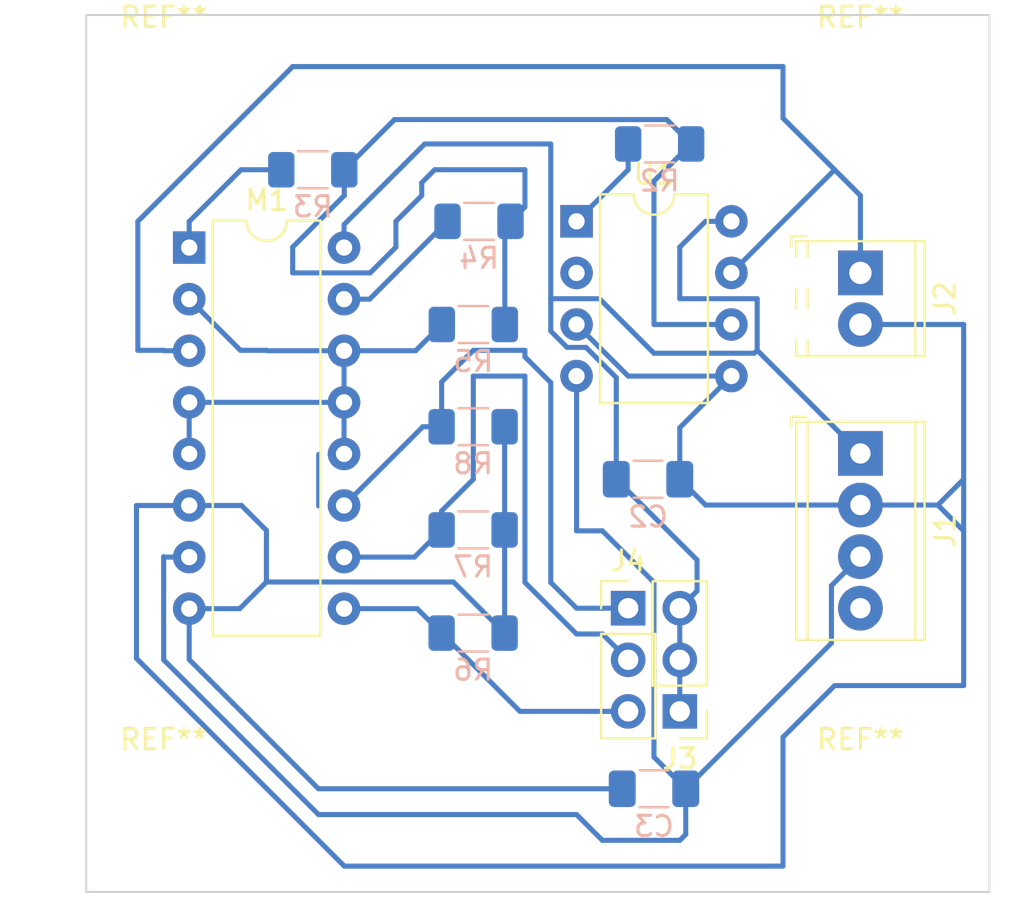
<source format=kicad_pcb>
(kicad_pcb (version 20241229) (generator "pcbnew") (generator_version "9.0")
  (layers (0 "F.Cu" signal) (2 "B.Cu" signal) (13 "F.Paste" user) (15 "B.Paste" user) (5 "F.SilkS" user "F.Silkscreen") (7 "B.SilkS" user "B.Silkscreen") (1 "F.Mask" user) (3 "B.Mask" user) (25 "Edge.Cuts" user))
  (net 0 "")
  (net 1 "Net-(C2-Pad1)")
  (net 2 "GND")
  (net 3 "Net-(C3-Pad2)")
  (net 5 "Net-(U1-Pad7)")
  (net 6 "Net-(R2-Pad1)")
  (net 7 "Net-(U1-Pad6)")
  (net 8 "Net-(R3-Pad1)")
  (net 9 "Net-(R4-Pad1)")
  (net 10 "Net-(R5-Pad1)")
  (net 11 "Net-(M1-Pad9)")
  (net 12 "Net-(M1-Pad10)")
  (net 13 "Net-(M1-Pad11)")
  (footprint "MountingHole:MountingHole_2.7mm" (layer "F.Cu") (at 177.8 74.93)
    (property "Reference" "REF**" (at 0 -3.7 0) (layer "F.SilkS"))
    (property "Value" "MountingHole_2.7mm")
    (pad "" np_thru_hole circle (at 0 0) (size 2.7 2.7) (drill 2.7) (layers "*.Cu" "*.Mask"))
  )
  (footprint "MountingHole:MountingHole_2.7mm" (layer "F.Cu") (at 177.8 110.49)
    (property "Reference" "REF**" (at 0 -3.7 0) (layer "F.SilkS"))
    (property "Value" "MountingHole_2.7mm")
    (pad "" np_thru_hole circle (at 0 0) (size 2.7 2.7) (drill 2.7) (layers "*.Cu" "*.Mask"))
  )
  (footprint "MountingHole:MountingHole_2.7mm" (layer "F.Cu") (at 143.51 110.49)
    (property "Reference" "REF**" (at 0 -3.7 0) (layer "F.SilkS"))
    (property "Value" "MountingHole_2.7mm")
    (pad "" np_thru_hole circle (at 0 0) (size 2.7 2.7) (drill 2.7) (layers "*.Cu" "*.Mask"))
  )
  (footprint "TerminalBlock_Phoenix:TerminalBlock_Phoenix_MPT-0,5-2-2.54_1x02_P2.54mm_Horizontal" (layer "F.Cu") (at 177.8 83.82 -90)
    (property "Reference" "J2" (at 1.27 -4.16 90) (layer "F.SilkS"))
    (property "Value" "Screw_Terminal_01x02")
    (fp_line (start -1.8 3.4) (end -1.3 3.4) (stroke (width 0.12)) (layer "F.SilkS"))
    (fp_line (start -1.56 3.16) (end -0.79 3.16) (stroke (width 0.12)) (layer "F.SilkS"))
    (fp_line (start 0.79 3.16) (end 1.75 3.16) (stroke (width 0.12)) (layer "F.SilkS"))
    (fp_line (start 3.33 3.16) (end 4.1 3.16) (stroke (width 0.12)) (layer "F.SilkS"))
    (fp_line (start -1.8 2.66) (end -1.8 3.4) (stroke (width 0.12)) (layer "F.SilkS"))
    (fp_line (start -1.56 2.6) (end -0.79 2.6) (stroke (width 0.12)) (layer "F.SilkS"))
    (fp_line (start 0.79 2.6) (end 1.75 2.6) (stroke (width 0.12)) (layer "F.SilkS"))
    (fp_line (start 3.33 2.6) (end 4.1 2.6) (stroke (width 0.12)) (layer "F.SilkS"))
    (fp_line (start -1.56 -2.7) (end 4.1 -2.7) (stroke (width 0.12)) (layer "F.SilkS"))
    (fp_line (start -1.56 -3.16) (end -1.56 3.16) (stroke (width 0.12)) (layer "F.SilkS"))
    (fp_line (start -1.56 -3.16) (end 4.1 -3.16) (stroke (width 0.12)) (layer "F.SilkS"))
    (fp_line (start 4.1 -3.16) (end 4.1 3.16) (stroke (width 0.12)) (layer "F.SilkS"))
    (pad "" np_thru_hole circle (at 0 2.54 270) (size 1.1 1.1) (drill 1.1) (layers "*.Cu" "*.Mask"))
    (pad "" np_thru_hole circle (at 2.54 2.54 270) (size 1.1 1.1) (drill 1.1) (layers "*.Cu" "*.Mask"))
    (pad "1" thru_hole rect (at 0 0 270) (size 2.2 2.2) (drill 1.1) (layers "*.Cu" "*.Mask") (net 5 "Net-(U1-Pad7)"))
    (pad "2" thru_hole circle (at 2.54 0 270) (size 2.2 2.2) (drill 1.1) (layers "*.Cu" "*.Mask") (net 2 "GND"))
  )
  (footprint "MountingHole:MountingHole_2.7mm" (layer "F.Cu") (at 143.51 74.93)
    (property "Reference" "REF**" (at 0 -3.7 0) (layer "F.SilkS"))
    (property "Value" "MountingHole_2.7mm")
    (pad "" np_thru_hole circle (at 0 0) (size 2.7 2.7) (drill 2.7) (layers "*.Cu" "*.Mask"))
  )
  (footprint "Connector_PinHeader_2.54mm:PinHeader_1x03_P2.54mm_Vertical" (layer "F.Cu") (at 168.91 105.41 180)
    (property "Reference" "J3" (at 0 -2.33 0) (layer "F.SilkS"))
    (property "Value" "Conn_01x03_Male")
    (fp_line (start 1.33 1.27) (end 1.33 6.41) (stroke (width 0.12)) (layer "F.SilkS"))
    (fp_line (start -1.33 6.41) (end 1.33 6.41) (stroke (width 0.12)) (layer "F.SilkS"))
    (fp_line (start -1.33 1.27) (end 1.33 1.27) (stroke (width 0.12)) (layer "F.SilkS"))
    (fp_line (start -1.33 1.27) (end -1.33 6.41) (stroke (width 0.12)) (layer "F.SilkS"))
    (fp_line (start -1.33 0) (end -1.33 -1.33) (stroke (width 0.12)) (layer "F.SilkS"))
    (fp_line (start -1.33 -1.33) (end 0 -1.33) (stroke (width 0.12)) (layer "F.SilkS"))
    (pad "1" thru_hole rect (at 0 0 180) (size 1.7 1.7) (drill 1) (layers "*.Cu" "*.Mask") (net 1 "Net-(C2-Pad1)"))
    (pad "2" thru_hole oval (at 0 2.54 180) (size 1.7 1.7) (drill 1) (layers "*.Cu" "*.Mask") (net 1 "Net-(C2-Pad1)"))
    (pad "3" thru_hole oval (at 0 5.08 180) (size 1.7 1.7) (drill 1) (layers "*.Cu" "*.Mask") (net 1 "Net-(C2-Pad1)"))
  )
  (footprint "Package_DIP:DIP-16_W7.62mm" (layer "F.Cu") (at 144.7675 82.5725)
    (property "Reference" "M1" (at 3.81 -2.33 0) (layer "F.SilkS"))
    (property "Value" "CD4051B")
    (fp_line (start 1.16 -1.33) (end 1.16 19.11) (stroke (width 0.12)) (layer "F.SilkS"))
    (fp_line (start 1.16 19.11) (end 6.46 19.11) (stroke (width 0.12)) (layer "F.SilkS"))
    (fp_line (start 2.81 -1.33) (end 1.16 -1.33) (stroke (width 0.12)) (layer "F.SilkS"))
    (fp_line (start 6.46 -1.33) (end 4.81 -1.33) (stroke (width 0.12)) (layer "F.SilkS"))
    (fp_line (start 6.46 19.11) (end 6.46 -1.33) (stroke (width 0.12)) (layer "F.SilkS"))
    (fp_arc (start 4.81 -1.33) (mid 3.81 -0.33) (end 2.81 -1.33) (stroke (width 0.12)) (layer "F.SilkS"))
    (pad "1" thru_hole rect (at 0 0) (size 1.6 1.6) (drill 0.8) (layers "*.Cu" "*.Mask") (net 8 "Net-(R3-Pad1)"))
    (pad "2" thru_hole oval (at 0 2.54) (size 1.6 1.6) (drill 0.8) (layers "*.Cu" "*.Mask") (net 10 "Net-(R5-Pad1)"))
    (pad "3" thru_hole oval (at 0 5.08) (size 1.6 1.6) (drill 0.8) (layers "*.Cu" "*.Mask") (net 5 "Net-(U1-Pad7)"))
    (pad "4" thru_hole oval (at 0 7.62) (size 1.6 1.6) (drill 0.8) (layers "*.Cu" "*.Mask") (net 10 "Net-(R5-Pad1)"))
    (pad "5" thru_hole oval (at 0 10.16) (size 1.6 1.6) (drill 0.8) (layers "*.Cu" "*.Mask") (net 10 "Net-(R5-Pad1)"))
    (pad "6" thru_hole oval (at 0 12.7) (size 1.6 1.6) (drill 0.8) (layers "*.Cu" "*.Mask") (net 2 "GND"))
    (pad "7" thru_hole oval (at 0 15.24) (size 1.6 1.6) (drill 0.8) (layers "*.Cu" "*.Mask") (net 3 "Net-(C3-Pad2)"))
    (pad "8" thru_hole oval (at 0 17.78) (size 1.6 1.6) (drill 0.8) (layers "*.Cu" "*.Mask") (net 2 "GND"))
    (pad "9" thru_hole oval (at 7.62 17.78) (size 1.6 1.6) (drill 0.8) (layers "*.Cu" "*.Mask") (net 11 "Net-(M1-Pad9)"))
    (pad "10" thru_hole oval (at 7.62 15.24) (size 1.6 1.6) (drill 0.8) (layers "*.Cu" "*.Mask") (net 12 "Net-(M1-Pad10)"))
    (pad "11" thru_hole oval (at 7.62 12.7) (size 1.6 1.6) (drill 0.8) (layers "*.Cu" "*.Mask") (net 13 "Net-(M1-Pad11)"))
    (pad "12" thru_hole oval (at 7.62 10.16) (size 1.6 1.6) (drill 0.8) (layers "*.Cu" "*.Mask") (net 10 "Net-(R5-Pad1)"))
    (pad "13" thru_hole oval (at 7.62 7.62) (size 1.6 1.6) (drill 0.8) (layers "*.Cu" "*.Mask") (net 10 "Net-(R5-Pad1)"))
    (pad "14" thru_hole oval (at 7.62 5.08) (size 1.6 1.6) (drill 0.8) (layers "*.Cu" "*.Mask") (net 10 "Net-(R5-Pad1)"))
    (pad "15" thru_hole oval (at 7.62 2.54) (size 1.6 1.6) (drill 0.8) (layers "*.Cu" "*.Mask") (net 9 "Net-(R4-Pad1)"))
    (pad "16" thru_hole oval (at 7.62 0) (size 1.6 1.6) (drill 0.8) (layers "*.Cu" "*.Mask") (net 1 "Net-(C2-Pad1)"))
  )
  (footprint "Package_DIP:DIP-8_W7.62mm" (layer "F.Cu") (at 163.83 81.28)
    (property "Reference" "U1" (at 3.81 -2.33 0) (layer "F.SilkS"))
    (property "Value" "LMC6082")
    (fp_line (start 1.16 -1.33) (end 1.16 8.95) (stroke (width 0.12)) (layer "F.SilkS"))
    (fp_line (start 1.16 8.95) (end 6.46 8.95) (stroke (width 0.12)) (layer "F.SilkS"))
    (fp_line (start 2.81 -1.33) (end 1.16 -1.33) (stroke (width 0.12)) (layer "F.SilkS"))
    (fp_line (start 6.46 -1.33) (end 4.81 -1.33) (stroke (width 0.12)) (layer "F.SilkS"))
    (fp_line (start 6.46 8.95) (end 6.46 -1.33) (stroke (width 0.12)) (layer "F.SilkS"))
    (fp_arc (start 4.81 -1.33) (mid 3.81 -0.33) (end 2.81 -1.33) (stroke (width 0.12)) (layer "F.SilkS"))
    (pad "1" thru_hole rect (at 0 0) (size 1.6 1.6) (drill 0.8) (layers "*.Cu" "*.Mask") (net 6 "Net-(R2-Pad1)"))
    (pad "2" thru_hole oval (at 0 2.54) (size 1.6 1.6) (drill 0.8) (layers "*.Cu" "*.Mask"))
    (pad "3" thru_hole oval (at 0 5.08) (size 1.6 1.6) (drill 0.8) (layers "*.Cu" "*.Mask") (net 2 "GND"))
    (pad "4" thru_hole oval (at 0 7.62) (size 1.6 1.6) (drill 0.8) (layers "*.Cu" "*.Mask") (net 3 "Net-(C3-Pad2)"))
    (pad "5" thru_hole oval (at 7.62 7.62) (size 1.6 1.6) (drill 0.8) (layers "*.Cu" "*.Mask") (net 2 "GND"))
    (pad "6" thru_hole oval (at 7.62 5.08) (size 1.6 1.6) (drill 0.8) (layers "*.Cu" "*.Mask") (net 7 "Net-(U1-Pad6)"))
    (pad "7" thru_hole oval (at 7.62 2.54) (size 1.6 1.6) (drill 0.8) (layers "*.Cu" "*.Mask") (net 5 "Net-(U1-Pad7)"))
    (pad "8" thru_hole oval (at 7.62 0) (size 1.6 1.6) (drill 0.8) (layers "*.Cu" "*.Mask") (net 1 "Net-(C2-Pad1)"))
  )
  (footprint "Connector_PinHeader_2.54mm:PinHeader_1x03_P2.54mm_Vertical" (layer "F.Cu") (at 166.37 100.33)
    (property "Reference" "J4" (at 0 -2.33 0) (layer "F.SilkS"))
    (property "Value" "Conn_01x03_Male")
    (fp_line (start -1.33 -1.33) (end 0 -1.33) (stroke (width 0.12)) (layer "F.SilkS"))
    (fp_line (start -1.33 0) (end -1.33 -1.33) (stroke (width 0.12)) (layer "F.SilkS"))
    (fp_line (start -1.33 1.27) (end -1.33 6.41) (stroke (width 0.12)) (layer "F.SilkS"))
    (fp_line (start -1.33 1.27) (end 1.33 1.27) (stroke (width 0.12)) (layer "F.SilkS"))
    (fp_line (start -1.33 6.41) (end 1.33 6.41) (stroke (width 0.12)) (layer "F.SilkS"))
    (fp_line (start 1.33 1.27) (end 1.33 6.41) (stroke (width 0.12)) (layer "F.SilkS"))
    (pad "1" thru_hole rect (at 0 0) (size 1.7 1.7) (drill 1) (layers "*.Cu" "*.Mask") (net 13 "Net-(M1-Pad11)"))
    (pad "2" thru_hole oval (at 0 2.54) (size 1.7 1.7) (drill 1) (layers "*.Cu" "*.Mask") (net 12 "Net-(M1-Pad10)"))
    (pad "3" thru_hole oval (at 0 5.08) (size 1.7 1.7) (drill 1) (layers "*.Cu" "*.Mask") (net 11 "Net-(M1-Pad9)"))
  )
  (footprint "TerminalBlock_Phoenix:TerminalBlock_Phoenix_MPT-0,5-4-2.54_1x04_P2.54mm_Horizontal" (layer "F.Cu") (at 177.8 92.71 -90)
    (property "Reference" "J1" (at 3.81 -4.16 90) (layer "F.SilkS"))
    (property "Value" "Screw_Terminal_01x04")
    (fp_line (start -1.8 3.4) (end -1.3 3.4) (stroke (width 0.12)) (layer "F.SilkS"))
    (fp_line (start -1.56 3.16) (end 9.18 3.16) (stroke (width 0.12)) (layer "F.SilkS"))
    (fp_line (start -1.8 2.66) (end -1.8 3.4) (stroke (width 0.12)) (layer "F.SilkS"))
    (fp_line (start -1.56 2.6) (end 9.18 2.6) (stroke (width 0.12)) (layer "F.SilkS"))
    (fp_line (start -1.56 -2.7) (end 9.18 -2.7) (stroke (width 0.12)) (layer "F.SilkS"))
    (fp_line (start -1.56 -3.16) (end -1.56 3.16) (stroke (width 0.12)) (layer "F.SilkS"))
    (fp_line (start -1.56 -3.16) (end 9.18 -3.16) (stroke (width 0.12)) (layer "F.SilkS"))
    (fp_line (start 9.18 -3.16) (end 9.18 3.16) (stroke (width 0.12)) (layer "F.SilkS"))
    (pad "1" thru_hole rect (at 0 0 270) (size 2.2 2.2) (drill 1) (layers "*.Cu" "*.Mask") (net 1 "Net-(C2-Pad1)"))
    (pad "2" thru_hole circle (at 2.54 0 270) (size 2.2 2.2) (drill 1) (layers "*.Cu" "*.Mask") (net 2 "GND"))
    (pad "3" thru_hole circle (at 5.08 0 270) (size 2.2 2.2) (drill 1) (layers "*.Cu" "*.Mask") (net 3 "Net-(C3-Pad2)"))
    (pad "4" thru_hole circle (at 7.62 0 270) (size 2.2 2.2) (drill 1) (layers "*.Cu" "*.Mask"))
  )
  (footprint "Resistor_SMD:R_1206_3216Metric_Pad1.30x1.75mm_HandSolder" (layer "B.Cu") (at 150.85 78.74)
    (property "Reference" "R3" (at 0 1.82 0) (layer "B.SilkS") (effects (justify mirror)))
    (property "Value" "100e+03")
    (fp_line (start -0.727064 -0.91) (end 0.727064 -0.91) (stroke (width 0.12)) (layer "B.SilkS"))
    (fp_line (start -0.727064 0.91) (end 0.727064 0.91) (stroke (width 0.12)) (layer "B.SilkS"))
    (pad "1" smd roundrect (at -1.55 0) (size 1.3 1.75) (layers "B.Cu" "B.Mask" "B.Paste") (roundrect_rratio 0.1923076923) (net 8 "Net-(R3-Pad1)"))
    (pad "2" smd roundrect (at 1.55 0) (size 1.3 1.75) (layers "B.Cu" "B.Mask" "B.Paste") (roundrect_rratio 0.1923076923) (net 7 "Net-(U1-Pad6)"))
  )
  (footprint "Resistor_SMD:R_1206_3216Metric_Pad1.30x1.75mm_HandSolder" (layer "B.Cu") (at 158.740002 96.475)
    (property "Reference" "R7" (at 0 1.82 0) (layer "B.SilkS") (effects (justify mirror)))
    (property "Value" "10e+03")
    (fp_line (start -0.727064 -0.91) (end 0.727064 -0.91) (stroke (width 0.12)) (layer "B.SilkS"))
    (fp_line (start -0.727064 0.91) (end 0.727064 0.91) (stroke (width 0.12)) (layer "B.SilkS"))
    (pad "1" smd roundrect (at -1.55 0) (size 1.3 1.75) (layers "B.Cu" "B.Mask" "B.Paste") (roundrect_rratio 0.1923076923) (net 12 "Net-(M1-Pad10)"))
    (pad "2" smd roundrect (at 1.55 0) (size 1.3 1.75) (layers "B.Cu" "B.Mask" "B.Paste") (roundrect_rratio 0.1923076923) (net 2 "GND"))
  )
  (footprint "Resistor_SMD:R_1206_3216Metric_Pad1.30x1.75mm_HandSolder" (layer "B.Cu") (at 167.92 77.47)
    (property "Reference" "R2" (at 0 1.82 0) (layer "B.SilkS") (effects (justify mirror)))
    (property "Value" "1e+03")
    (fp_line (start -0.727064 -0.91) (end 0.727064 -0.91) (stroke (width 0.12)) (layer "B.SilkS"))
    (fp_line (start -0.727064 0.91) (end 0.727064 0.91) (stroke (width 0.12)) (layer "B.SilkS"))
    (pad "1" smd roundrect (at -1.55 0) (size 1.3 1.75) (layers "B.Cu" "B.Mask" "B.Paste") (roundrect_rratio 0.1923076923) (net 6 "Net-(R2-Pad1)"))
    (pad "2" smd roundrect (at 1.55 0) (size 1.3 1.75) (layers "B.Cu" "B.Mask" "B.Paste") (roundrect_rratio 0.1923076923) (net 7 "Net-(U1-Pad6)"))
  )
  (footprint "Capacitor_SMD:C_1206_3216Metric_Pad1.33x1.80mm_HandSolder" (layer "B.Cu") (at 167.64 109.22)
    (property "Reference" "C3" (at 0 1.85 0) (layer "B.SilkS") (effects (justify mirror)))
    (property "Value" "1e-03")
    (fp_line (start -0.711252 -0.91) (end 0.711252 -0.91) (stroke (width 0.12)) (layer "B.SilkS"))
    (fp_line (start -0.711252 0.91) (end 0.711252 0.91) (stroke (width 0.12)) (layer "B.SilkS"))
    (pad "1" smd roundrect (at -1.5625 0) (size 1.325 1.8) (layers "B.Cu" "B.Mask" "B.Paste") (roundrect_rratio 0.1886792453) (net 2 "GND"))
    (pad "2" smd roundrect (at 1.5625 0) (size 1.325 1.8) (layers "B.Cu" "B.Mask" "B.Paste") (roundrect_rratio 0.1886792453) (net 3 "Net-(C3-Pad2)"))
  )
  (footprint "Resistor_SMD:R_1206_3216Metric_Pad1.30x1.75mm_HandSolder" (layer "B.Cu") (at 158.75 86.36)
    (property "Reference" "R5" (at 0 1.82 0) (layer "B.SilkS") (effects (justify mirror)))
    (property "Value" "1e+03")
    (fp_line (start -0.727064 -0.91) (end 0.727064 -0.91) (stroke (width 0.12)) (layer "B.SilkS"))
    (fp_line (start -0.727064 0.91) (end 0.727064 0.91) (stroke (width 0.12)) (layer "B.SilkS"))
    (pad "1" smd roundrect (at -1.55 0) (size 1.3 1.75) (layers "B.Cu" "B.Mask" "B.Paste") (roundrect_rratio 0.1923076923) (net 10 "Net-(R5-Pad1)"))
    (pad "2" smd roundrect (at 1.55 0) (size 1.3 1.75) (layers "B.Cu" "B.Mask" "B.Paste") (roundrect_rratio 0.1923076923) (net 7 "Net-(U1-Pad6)"))
  )
  (footprint "Resistor_SMD:R_1206_3216Metric_Pad1.30x1.75mm_HandSolder" (layer "B.Cu") (at 158.740002 101.555)
    (property "Reference" "R6" (at 0 1.82 0) (layer "B.SilkS") (effects (justify mirror)))
    (property "Value" "10e+03")
    (fp_line (start -0.727064 -0.91) (end 0.727064 -0.91) (stroke (width 0.12)) (layer "B.SilkS"))
    (fp_line (start -0.727064 0.91) (end 0.727064 0.91) (stroke (width 0.12)) (layer "B.SilkS"))
    (pad "1" smd roundrect (at -1.55 0) (size 1.3 1.75) (layers "B.Cu" "B.Mask" "B.Paste") (roundrect_rratio 0.1923076923) (net 11 "Net-(M1-Pad9)"))
    (pad "2" smd roundrect (at 1.55 0) (size 1.3 1.75) (layers "B.Cu" "B.Mask" "B.Paste") (roundrect_rratio 0.1923076923) (net 2 "GND"))
  )
  (footprint "Resistor_SMD:R_1206_3216Metric_Pad1.30x1.75mm_HandSolder" (layer "B.Cu") (at 158.740002 91.395)
    (property "Reference" "R8" (at 0 1.82 0) (layer "B.SilkS") (effects (justify mirror)))
    (property "Value" "10e+03")
    (fp_line (start -0.727064 -0.91) (end 0.727064 -0.91) (stroke (width 0.12)) (layer "B.SilkS"))
    (fp_line (start -0.727064 0.91) (end 0.727064 0.91) (stroke (width 0.12)) (layer "B.SilkS"))
    (pad "1" smd roundrect (at -1.55 0) (size 1.3 1.75) (layers "B.Cu" "B.Mask" "B.Paste") (roundrect_rratio 0.1923076923) (net 13 "Net-(M1-Pad11)"))
    (pad "2" smd roundrect (at 1.55 0) (size 1.3 1.75) (layers "B.Cu" "B.Mask" "B.Paste") (roundrect_rratio 0.1923076923) (net 2 "GND"))
  )
  (footprint "Resistor_SMD:R_1206_3216Metric_Pad1.30x1.75mm_HandSolder" (layer "B.Cu") (at 159.03 81.28)
    (property "Reference" "R4" (at 0 1.82 0) (layer "B.SilkS") (effects (justify mirror)))
    (property "Value" "10e+03")
    (fp_line (start -0.727064 -0.91) (end 0.727064 -0.91) (stroke (width 0.12)) (layer "B.SilkS"))
    (fp_line (start -0.727064 0.91) (end 0.727064 0.91) (stroke (width 0.12)) (layer "B.SilkS"))
    (pad "1" smd roundrect (at -1.55 0) (size 1.3 1.75) (layers "B.Cu" "B.Mask" "B.Paste") (roundrect_rratio 0.1923076923) (net 9 "Net-(R4-Pad1)"))
    (pad "2" smd roundrect (at 1.55 0) (size 1.3 1.75) (layers "B.Cu" "B.Mask" "B.Paste") (roundrect_rratio 0.1923076923) (net 7 "Net-(U1-Pad6)"))
  )
  (footprint "Capacitor_SMD:C_1206_3216Metric_Pad1.33x1.80mm_HandSolder" (layer "B.Cu") (at 167.3475 93.98)
    (property "Reference" "C2" (at 0 1.85 0) (layer "B.SilkS") (effects (justify mirror)))
    (property "Value" "1e-03")
    (fp_line (start -0.711252 -0.91) (end 0.711252 -0.91) (stroke (width 0.12)) (layer "B.SilkS"))
    (fp_line (start -0.711252 0.91) (end 0.711252 0.91) (stroke (width 0.12)) (layer "B.SilkS"))
    (pad "1" smd roundrect (at -1.5625 0) (size 1.325 1.8) (layers "B.Cu" "B.Mask" "B.Paste") (roundrect_rratio 0.1886792453) (net 1 "Net-(C2-Pad1)"))
    (pad "2" smd roundrect (at 1.5625 0) (size 1.325 1.8) (layers "B.Cu" "B.Mask" "B.Paste") (roundrect_rratio 0.1886792453) (net 2 "GND"))
  )
  (gr_rect (start 139.7 71.12) (end 184.15 114.3) (stroke (width 0.1)) (fill no) (layer "Edge.Cuts"))
  (segment (start 165.785 93.98) (end 165.785 89.629) (width 0.25) (layer "B.Cu") (net 1))
  (segment (start 156.35863 77.47) (end 152.3875 81.44113) (width 0.25) (layer "B.Cu") (net 1))
  (segment (start 168.91 85.09) (end 172.72 85.09) (width 0.25) (layer "B.Cu") (net 1))
  (segment (start 162.56 77.47) (end 156.35863 77.47) (width 0.25) (layer "B.Cu") (net 1))
  (segment (start 168.91 105.41) (end 168.91 102.87) (width 0.25) (layer "B.Cu") (net 1))
  (segment (start 165.785 88.974595) (end 164.296405 87.486) (width 0.25) (layer "B.Cu") (net 1))
  (segment (start 170.18 81.28) (end 168.91 82.55) (width 0.25) (layer "B.Cu") (net 1))
  (segment (start 172.72 87.63) (end 172.576 87.774) (width 0.25) (layer "B.Cu") (net 1))
  (segment (start 152.3875 81.44113) (end 152.3875 82.5725) (width 0.25) (layer "B.Cu") (net 1))
  (segment (start 169.545 99.695) (end 168.91 100.33) (width 0.25) (layer "B.Cu") (net 1))
  (segment (start 169.76 99.48) (end 169.76 97.955) (width 0.25) (layer "B.Cu") (net 1))
  (segment (start 164.956 85.09) (end 162.56 85.09) (width 0.25) (layer "B.Cu") (net 1))
  (segment (start 162.56 86.682405) (end 162.56 85.09) (width 0.25) (layer "B.Cu") (net 1))
  (segment (start 167.64 87.774) (end 164.956 85.09) (width 0.25) (layer "B.Cu") (net 1))
  (segment (start 172.72 87.63) (end 177.8 92.71) (width 0.25) (layer "B.Cu") (net 1))
  (segment (start 163.363595 87.486) (end 162.56 86.682405) (width 0.25) (layer "B.Cu") (net 1))
  (segment (start 168.91 100.33) (end 168.91 102.87) (width 0.25) (layer "B.Cu") (net 1))
  (segment (start 162.56 85.09) (end 162.56 77.47) (width 0.25) (layer "B.Cu") (net 1))
  (segment (start 172.72 85.09) (end 172.72 87.63) (width 0.25) (layer "B.Cu") (net 1))
  (segment (start 165.785 89.629) (end 165.785 88.974595) (width 0.25) (layer "B.Cu") (net 1))
  (segment (start 169.76 97.955) (end 165.785 93.98) (width 0.25) (layer "B.Cu") (net 1))
  (segment (start 172.576 87.774) (end 167.64 87.774) (width 0.25) (layer "B.Cu") (net 1))
  (segment (start 164.296405 87.486) (end 163.363595 87.486) (width 0.25) (layer "B.Cu") (net 1))
  (segment (start 168.91 82.55) (end 168.91 85.09) (width 0.25) (layer "B.Cu") (net 1))
  (segment (start 171.45 81.28) (end 170.18 81.28) (width 0.25) (layer "B.Cu") (net 1))
  (segment (start 169.545 99.695) (end 169.76 99.48) (width 0.25) (layer "B.Cu") (net 1))
  (segment (start 163.83 86.36) (end 166.37 88.9) (width 0.25) (layer "B.Cu") (net 2))
  (segment (start 160.290002 101.555) (end 157.772502 99.0375) (width 0.25) (layer "B.Cu") (net 2))
  (segment (start 181.61 95.25) (end 182.88 93.98) (width 0.25) (layer "B.Cu") (net 2))
  (segment (start 144.7675 95.2725) (end 142.1725 95.2725) (width 0.25) (layer "B.Cu") (net 2))
  (segment (start 142.1725 95.2725) (end 142.1725 102.8025) (width 0.25) (layer "B.Cu") (net 2))
  (segment (start 176.53 104.14) (end 182.88 104.14) (width 0.25) (layer "B.Cu") (net 2))
  (segment (start 151.13 109.22) (end 166.0775 109.22) (width 0.25) (layer "B.Cu") (net 2))
  (segment (start 182.88 104.14) (end 182.88 96.52) (width 0.25) (layer "B.Cu") (net 2))
  (segment (start 182.88 86.36) (end 177.8 86.36) (width 0.25) (layer "B.Cu") (net 2))
  (segment (start 144.7675 100.3525) (end 147.2525 100.3525) (width 0.25) (layer "B.Cu") (net 2))
  (segment (start 142.1725 102.8025) (end 152.4 113.03) (width 0.25) (layer "B.Cu") (net 2))
  (segment (start 147.3425 95.2725) (end 144.7675 95.2725) (width 0.25) (layer "B.Cu") (net 2))
  (segment (start 148.5675 96.4975) (end 147.3425 95.2725) (width 0.25) (layer "B.Cu") (net 2))
  (segment (start 173.99 106.68) (end 176.53 104.14) (width 0.25) (layer "B.Cu") (net 2))
  (segment (start 157.772502 99.0375) (end 148.5675 99.0375) (width 0.25) (layer "B.Cu") (net 2))
  (segment (start 168.91 91.44) (end 171.45 88.9) (width 0.25) (layer "B.Cu") (net 2))
  (segment (start 148.5675 99.0375) (end 148.5675 96.4975) (width 0.25) (layer "B.Cu") (net 2))
  (segment (start 173.99 113.03) (end 173.99 106.68) (width 0.25) (layer "B.Cu") (net 2))
  (segment (start 144.7675 102.8575) (end 144.7675 100.3525) (width 0.25) (layer "B.Cu") (net 2))
  (segment (start 181.61 95.25) (end 182.88 96.52) (width 0.25) (layer "B.Cu") (net 2))
  (segment (start 177.8 95.25) (end 181.61 95.25) (width 0.25) (layer "B.Cu") (net 2))
  (segment (start 144.78 102.87) (end 151.13 109.22) (width 0.25) (layer "B.Cu") (net 2))
  (segment (start 182.88 93.98) (end 182.88 86.36) (width 0.25) (layer "B.Cu") (net 2))
  (segment (start 160.290002 91.395) (end 160.290002 101.555) (width 0.25) (layer "B.Cu") (net 2))
  (segment (start 168.91 93.98) (end 170.18 95.25) (width 0.25) (layer "B.Cu") (net 2))
  (segment (start 152.4 113.03) (end 173.99 113.03) (width 0.25) (layer "B.Cu") (net 2))
  (segment (start 147.2525 100.3525) (end 148.5675 99.0375) (width 0.25) (layer "B.Cu") (net 2))
  (segment (start 168.91 93.98) (end 168.91 91.44) (width 0.25) (layer "B.Cu") (net 2))
  (segment (start 166.37 88.9) (end 171.45 88.9) (width 0.25) (layer "B.Cu") (net 2))
  (segment (start 170.18 95.25) (end 177.8 95.25) (width 0.25) (layer "B.Cu") (net 2))
  (segment (start 182.88 96.52) (end 182.88 93.98) (width 0.25) (layer "B.Cu") (net 2))
  (segment (start 165.1 111.76) (end 168.91 111.76) (width 0.25) (layer "B.Cu") (net 3))
  (segment (start 163.83 88.9) (end 163.83 96.52) (width 0.25) (layer "B.Cu") (net 3))
  (segment (start 143.51 102.87) (end 151.13 110.49) (width 0.25) (layer "B.Cu") (net 3))
  (segment (start 163.83 110.49) (end 165.1 111.76) (width 0.25) (layer "B.Cu") (net 3))
  (segment (start 169.2025 109.22) (end 171.59625 106.82625) (width 0.25) (layer "B.Cu") (net 3))
  (segment (start 171.59625 106.82625) (end 176.374 102.0485) (width 0.25) (layer "B.Cu") (net 3))
  (segment (start 167.64 107.6575) (end 169.2025 109.22) (width 0.25) (layer "B.Cu") (net 3))
  (segment (start 176.374 99.216) (end 177.8 97.79) (width 0.25) (layer "B.Cu") (net 3))
  (segment (start 167.64 99.06) (end 165.1 96.52) (width 0.25) (layer "B.Cu") (net 3))
  (segment (start 167.64 99.06) (end 167.64 107.6575) (width 0.25) (layer "B.Cu") (net 3))
  (segment (start 169.2025 111.4675) (end 169.2025 109.22) (width 0.25) (layer "B.Cu") (net 3))
  (segment (start 143.51 97.79) (end 143.51 102.87) (width 0.25) (layer "B.Cu") (net 3))
  (segment (start 176.374 102.0485) (end 176.374 99.216) (width 0.25) (layer "B.Cu") (net 3))
  (segment (start 144.7675 97.8125) (end 143.5325 97.8125) (width 0.25) (layer "B.Cu") (net 3))
  (segment (start 143.5325 97.8125) (end 143.51 97.79) (width 0.25) (layer "B.Cu") (net 3))
  (segment (start 151.13 110.49) (end 163.83 110.49) (width 0.25) (layer "B.Cu") (net 3))
  (segment (start 168.91 111.76) (end 169.2025 111.4675) (width 0.25) (layer "B.Cu") (net 3))
  (segment (start 165.1 96.52) (end 163.83 96.52) (width 0.25) (layer "B.Cu") (net 3))
  (segment (start 149.86 73.66) (end 142.24 81.28) (width 0.25) (layer "B.Cu") (net 5))
  (segment (start 173.99 73.66) (end 149.86 73.66) (width 0.25) (layer "B.Cu") (net 5))
  (segment (start 143.51 87.63) (end 143.5325 87.6525) (width 0.25) (layer "B.Cu") (net 5))
  (segment (start 142.24 81.28) (end 142.24 87.63) (width 0.25) (layer "B.Cu") (net 5))
  (segment (start 143.5325 87.6525) (end 144.7675 87.6525) (width 0.25) (layer "B.Cu") (net 5))
  (segment (start 177.8 80.01) (end 176.53 78.74) (width 0.25) (layer "B.Cu") (net 5))
  (segment (start 142.24 87.63) (end 143.51 87.63) (width 0.25) (layer "B.Cu") (net 5))
  (segment (start 177.8 83.82) (end 177.8 80.01) (width 0.25) (layer "B.Cu") (net 5))
  (segment (start 173.99 76.2) (end 173.99 73.66) (width 0.25) (layer "B.Cu") (net 5))
  (segment (start 171.45 83.82) (end 176.53 78.74) (width 0.25) (layer "B.Cu") (net 5))
  (segment (start 176.53 78.74) (end 173.99 76.2) (width 0.25) (layer "B.Cu") (net 5))
  (segment (start 166.37 78.74) (end 163.83 81.28) (width 0.25) (layer "B.Cu") (net 6))
  (segment (start 166.37 77.47) (end 166.37 78.74) (width 0.25) (layer "B.Cu") (net 6))
  (segment (start 156.21 80.01) (end 156.21 79.37781) (width 0.25) (layer "B.Cu") (net 7))
  (segment (start 152.4 80.01) (end 149.86 82.55) (width 0.25) (layer "B.Cu") (net 7))
  (segment (start 169.47 77.47) (end 168.269 76.269) (width 0.25) (layer "B.Cu") (net 7))
  (segment (start 167.64 79.3) (end 169.47 77.47) (width 0.25) (layer "B.Cu") (net 7))
  (segment (start 156.21 79.37781) (end 156.84781 78.74) (width 0.25) (layer "B.Cu") (net 7))
  (segment (start 154.94 81.28) (end 156.21 80.01) (width 0.25) (layer "B.Cu") (net 7))
  (segment (start 161.29 78.74) (end 161.29 80.57) (width 0.25) (layer "B.Cu") (net 7))
  (segment (start 149.86 82.55) (end 149.86 83.82) (width 0.25) (layer "B.Cu") (net 7))
  (segment (start 167.64 86.36) (end 167.64 79.3) (width 0.25) (layer "B.Cu") (net 7))
  (segment (start 161.29 80.57) (end 160.58 81.28) (width 0.25) (layer "B.Cu") (net 7))
  (segment (start 160.3 86.36) (end 160.3 81.56) (width 0.25) (layer "B.Cu") (net 7))
  (segment (start 152.4 78.74) (end 152.4 80.01) (width 0.25) (layer "B.Cu") (net 7))
  (segment (start 168.269 76.269) (end 154.871 76.269) (width 0.25) (layer "B.Cu") (net 7))
  (segment (start 160.3 81.56) (end 160.58 81.28) (width 0.25) (layer "B.Cu") (net 7))
  (segment (start 156.84781 78.74) (end 161.29 78.74) (width 0.25) (layer "B.Cu") (net 7))
  (segment (start 154.871 76.269) (end 152.4 78.74) (width 0.25) (layer "B.Cu") (net 7))
  (segment (start 154.94 82.55) (end 154.94 81.28) (width 0.25) (layer "B.Cu") (net 7))
  (segment (start 171.45 86.36) (end 167.64 86.36) (width 0.25) (layer "B.Cu") (net 7))
  (segment (start 149.86 83.82) (end 153.67 83.82) (width 0.25) (layer "B.Cu") (net 7))
  (segment (start 153.67 83.82) (end 154.94 82.55) (width 0.25) (layer "B.Cu") (net 7))
  (segment (start 144.7675 82.5725) (end 144.7675 81.2925) (width 0.25) (layer "B.Cu") (net 8))
  (segment (start 144.7675 81.2925) (end 147.32 78.74) (width 0.25) (layer "B.Cu") (net 8))
  (segment (start 147.32 78.74) (end 149.3 78.74) (width 0.25) (layer "B.Cu") (net 8))
  (segment (start 153.6475 85.1125) (end 157.48 81.28) (width 0.25) (layer "B.Cu") (net 9))
  (segment (start 152.3875 85.1125) (end 153.6475 85.1125) (width 0.25) (layer "B.Cu") (net 9))
  (segment (start 152.3875 90.1925) (end 152.3875 92.7325) (width 0.25) (layer "B.Cu") (net 10))
  (segment (start 151.14 95.295) (end 151.14 92.755) (width 0.25) (layer "B.Cu") (net 10))
  (segment (start 144.7675 90.1925) (end 152.3875 90.1925) (width 0.25) (layer "B.Cu") (net 10))
  (segment (start 152.3875 87.6525) (end 155.9075 87.6525) (width 0.25) (layer "B.Cu") (net 10))
  (segment (start 148.6125 87.6525) (end 152.3875 87.6525) (width 0.25) (layer "B.Cu") (net 10))
  (segment (start 148.59 87.63) (end 148.6125 87.6525) (width 0.25) (layer "B.Cu") (net 10))
  (segment (start 152.3875 90.1925) (end 152.3875 87.6525) (width 0.25) (layer "B.Cu") (net 10))
  (segment (start 147.285 87.63) (end 148.59 87.63) (width 0.25) (layer "B.Cu") (net 10))
  (segment (start 144.7675 92.7325) (end 144.7675 90.1925) (width 0.25) (layer "B.Cu") (net 10))
  (segment (start 144.7675 85.1125) (end 147.285 87.63) (width 0.25) (layer "B.Cu") (net 10))
  (segment (start 155.9075 87.6525) (end 157.2 86.36) (width 0.25) (layer "B.Cu") (net 10))
  (segment (start 155.987502 100.3525) (end 157.190002 101.555) (width 0.25) (layer "B.Cu") (net 11))
  (segment (start 161.045002 105.41) (end 166.37 105.41) (width 0.25) (layer "B.Cu") (net 11))
  (segment (start 152.3875 100.3525) (end 155.987502 100.3525) (width 0.25) (layer "B.Cu") (net 11))
  (segment (start 157.190002 101.555) (end 161.045002 105.41) (width 0.25) (layer "B.Cu") (net 11))
  (segment (start 158.75 88.9) (end 161.29 88.9) (width 0.25) (layer "B.Cu") (net 12))
  (segment (start 152.3875 97.8125) (end 155.852502 97.8125) (width 0.25) (layer "B.Cu") (net 12))
  (segment (start 158.75 93.98) (end 158.75 88.9) (width 0.25) (layer "B.Cu") (net 12))
  (segment (start 163.83 101.6) (end 165.1 101.6) (width 0.25) (layer "B.Cu") (net 12))
  (segment (start 165.1 101.6) (end 166.37 102.87) (width 0.25) (layer "B.Cu") (net 12))
  (segment (start 157.190002 95.539998) (end 158.75 93.98) (width 0.25) (layer "B.Cu") (net 12))
  (segment (start 157.190002 96.475) (end 157.190002 95.539998) (width 0.25) (layer "B.Cu") (net 12))
  (segment (start 161.29 88.9) (end 161.29 99.06) (width 0.25) (layer "B.Cu") (net 12))
  (segment (start 161.29 99.06) (end 163.83 101.6) (width 0.25) (layer "B.Cu") (net 12))
  (segment (start 155.852502 97.8125) (end 157.190002 96.475) (width 0.25) (layer "B.Cu") (net 12))
  (segment (start 156.255 91.395) (end 157.19 91.395) (width 0.25) (layer "B.Cu") (net 13))
  (segment (start 162.56 99.06) (end 163.83 100.33) (width 0.25) (layer "B.Cu") (net 13))
  (segment (start 152.3875 95.2725) (end 156.265 91.395) (width 0.25) (layer "B.Cu") (net 13))
  (segment (start 163.83 100.33) (end 166.37 100.33) (width 0.25) (layer "B.Cu") (net 13))
  (segment (start 157.190002 89.189998) (end 157.190002 91.395) (width 0.25) (layer "B.Cu") (net 13))
  (segment (start 156.265 91.395) (end 157.190002 91.395) (width 0.25) (layer "B.Cu") (net 13))
  (segment (start 162.398797 89.061203) (end 162.56 89.222406) (width 0.25) (layer "B.Cu") (net 13))
  (segment (start 162.56 89.222406) (end 162.56 99.06) (width 0.25) (layer "B.Cu") (net 13))
  (segment (start 162.398797 89.061203) (end 161.29 87.952405) (width 0.25) (layer "B.Cu") (net 13))
  (segment (start 158.75 87.63) (end 157.190002 89.189998) (width 0.25) (layer "B.Cu") (net 13))
  (segment (start 161.29 87.952405) (end 161.29 87.63) (width 0.25) (layer "B.Cu") (net 13))
  (segment (start 161.29 87.63) (end 158.75 87.63) (width 0.25) (layer "B.Cu") (net 13))
)
</source>
